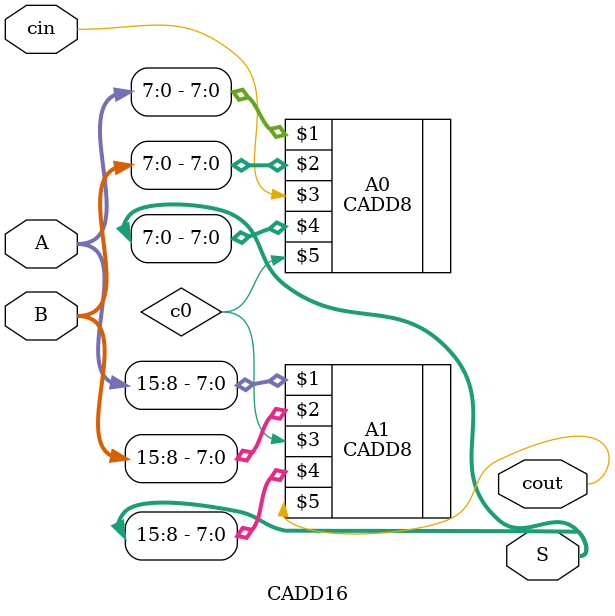
<source format=v>
module CADD16 (A,B,cin,S,cout);

input [15:0] A,B;
input cin;
output [15:0] S;
output cout;
wire c0;

CADD8 A0 (A[7:0],B[7:0],cin,S[7:0],c0);
CADD8 A1 (A[15:8],B[15:8],c0,S[15:8],cout);

endmodule 
</source>
